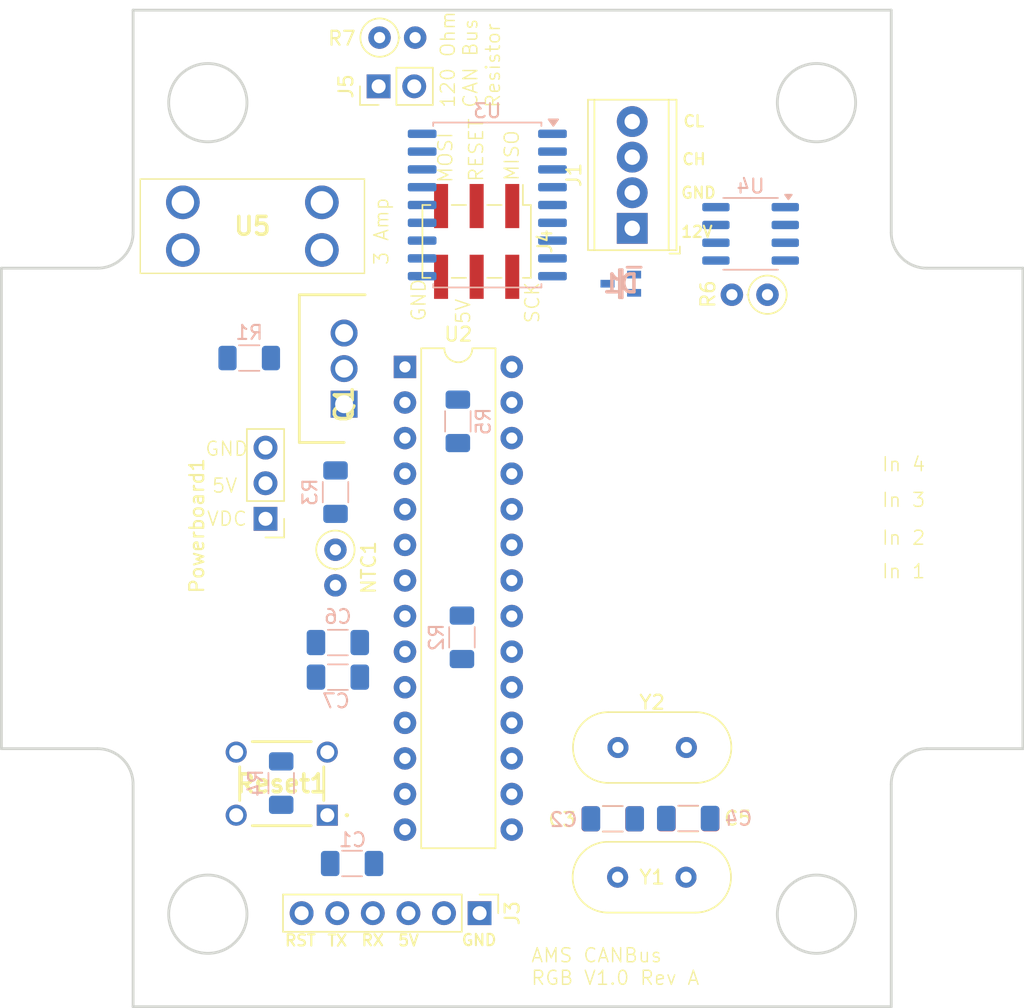
<source format=kicad_pcb>
(kicad_pcb (version 20240108) (generator "pcbnew") (generator_version "8.0")
  (layers (0 "F.Cu" signal) (31 "B.Cu" signal) (34 "B.Paste" user) (35 "F.Paste" user) (36 "B.SilkS" user "B.Silkscreen") (37 "F.SilkS" user "F.Silkscreen") (38 "B.Mask" user) (39 "F.Mask" user) (44 "Edge.Cuts" user))
  (net 0 "")
  (net 1 "GND")
  (net 2 "/BareMinAtmel328P/RESET")
  (net 3 "+5V")
  (net 4 "CANBUS_L")
  (net 5 "CANBUS_H")
  (net 6 "/BareMinAtmel328P/PB5-D13-SCK")
  (net 7 "/BareMinAtmel328P/PB3-D11-MOSI")
  (net 8 "/BareMinAtmel328P/PB4-D12-MISO")
  (net 9 "/BareMinAtmel328P/PD0-RX")
  (net 10 "/BareMinAtmel328P/PD1-TX")
  (net 11 "+VDC")
  (net 12 "/BareMinAtmel328P/PC2-A2")
  (net 13 "/BareMinAtmel328P/PD4-D4")
  (net 14 "/BareMinAtmel328P/PB0-D8")
  (net 15 "/BareMinAtmel328P/PC4-A4-SDA")
  (net 16 "/BareMinAtmel328P/PD7-D7")
  (net 17 "/BareMinAtmel328P/PD6-D6")
  (net 18 "/BareMinAtmel328P/PC1-A1")
  (net 19 "/BareMinAtmel328P/PB2-D10-SS")
  (net 20 "/BareMinAtmel328P/PC5-A5-SCL")
  (net 21 "/BareMinAtmel328P/PD3-D3")
  (net 22 "/BareMinAtmel328P/PD5-D5")
  (net 23 "/BareMinAtmel328P/PC3-A3")
  (net 24 "/BareMinAtmel328P/PC0-A0")
  (net 25 "Net-(Q1-Pad1)")
  (net 26 "Net-(Q1-Pad3)")
  (net 27 "/BareMinAtmel328P/AREF")
  (net 30 "/BareMinAtmel328P/PB1-D9")
  (net 31 "/BareMinAtmel328P/PD2-D2")
  (net 32 "/CANBUS-MCP2515/RXtoCANTC")
  (net 33 "/CANBUS-MCP2515/TXtoCANTC")
  (net 34 "Net-(J3-Pin_6)")
  (net 35 "Net-(U2-XTAL1{slash}PB6)")
  (net 36 "Net-(U2-XTAL2{slash}PB7)")
  (net 37 "Net-(U3-OSC2)")
  (net 38 "Net-(U3-OSC1)")
  (net 39 "Net-(J1-Pin_1)")
  (net 41 "Net-(J5-Pin_2)")
  (net 42 "Net-(U3-~{RESET})")
  (net 43 "Net-(U4-Rs)")
  (footprint "Capacitor_SMD:C_1206_3216Metric_Pad1.33x1.80mm_HandSolder" (layer "F.Cu") (at 155.7495 114.0148)
    (property "Reference" "C3" (at -3.602457 0.054409 0) (layer "F.SilkS"))
    (property "Value" "22pf")
    (fp_line (start -0.711252 -0.91) (end 0.711252 -0.91) (stroke (width 0.12)) (layer "F.SilkS"))
    (fp_line (start -0.711252 0.91) (end 0.711252 0.91) (stroke (width 0.12)) (layer "F.SilkS"))
    (pad "1" smd roundrect (at -1.5625 0) (size 1.325 1.8) (layers "F.Cu" "F.Paste" "F.Mask") (roundrect_rratio 0.188679) (net 36 "Net-(U2-XTAL2{slash}PB7)"))
    (pad "2" smd roundrect (at 1.5625 0) (size 1.325 1.8) (layers "F.Cu" "F.Paste" "F.Mask") (roundrect_rratio 0.188679) (net 1 "GND"))
  )
  (footprint "Resistor_THT:R_Axial_DIN0207_L6.3mm_D2.5mm_P2.54mm_Vertical" (layer "F.Cu") (at 139.1161 58.2607)
    (property "Reference" "R7" (at -2.688362 0.059169 0) (layer "F.SilkS"))
    (property "Value" "120")
    (fp_line (start 1.37 0) (end 1.44 0) (stroke (width 0.12)) (layer "F.SilkS"))
    (fp_circle (center 0 0) (end 1.37 0) (stroke (width 0.12)) (fill none) (layer "F.SilkS"))
    (pad "1" thru_hole circle (at 0 0) (size 1.6 1.6) (drill 0.8) (layers "*.Cu" "*.Mask") (net 41 "Net-(J5-Pin_2)"))
    (pad "2" thru_hole oval (at 2.54 0) (size 1.6 1.6) (drill 0.8) (layers "*.Cu" "*.Mask") (net 4 "CANBUS_L"))
  )
  (footprint "TerminalBlock_Phoenix:TerminalBlock_Phoenix_MPT-0,5-4-2.54_1x04_P2.54mm_Horizontal" (layer "F.Cu") (at 157.148 71.8728 90)
    (property "Reference" "J1" (at 3.81 -4.16 -90) (layer "F.SilkS"))
    (property "Value" "Power_And_CAN")
    (fp_line (start 9.18 -3.16) (end 9.18 3.16) (stroke (width 0.12)) (layer "F.SilkS"))
    (fp_line (start -1.56 -3.16) (end 9.18 -3.16) (stroke (width 0.12)) (layer "F.SilkS"))
    (fp_line (start -1.56 -3.16) (end -1.56 3.16) (stroke (width 0.12)) (layer "F.SilkS"))
    (fp_line (start -1.56 -2.7) (end 9.18 -2.7) (stroke (width 0.12)) (layer "F.SilkS"))
    (fp_line (start -1.56 2.6) (end 9.18 2.6) (stroke (width 0.12)) (layer "F.SilkS"))
    (fp_line (start -1.8 2.66) (end -1.8 3.4) (stroke (width 0.12)) (layer "F.SilkS"))
    (fp_line (start -1.56 3.16) (end 9.18 3.16) (stroke (width 0.12)) (layer "F.SilkS"))
    (fp_line (start -1.8 3.4) (end -1.3 3.4) (stroke (width 0.12)) (layer "F.SilkS"))
    (pad "1" thru_hole rect (at 0 0 90) (size 2.2 2.2) (drill 1.1) (layers "*.Cu" "*.Mask") (net 39 "Net-(J1-Pin_1)"))
    (pad "2" thru_hole circle (at 2.54 0 90) (size 2.2 2.2) (drill 1.1) (layers "*.Cu" "*.Mask") (net 1 "GND"))
    (pad "3" thru_hole circle (at 5.08 0 90) (size 2.2 2.2) (drill 1.1) (layers "*.Cu" "*.Mask") (net 5 "CANBUS_H"))
    (pad "4" thru_hole circle (at 7.62 0 90) (size 2.2 2.2) (drill 1.1) (layers "*.Cu" "*.Mask") (net 4 "CANBUS_L"))
  )
  (footprint "Resistor_THT:R_Axial_DIN0207_L6.3mm_D2.5mm_P2.54mm_Vertical" (layer "F.Cu") (at 135.9656 94.8095 -90)
    (property "Reference" "NTC1" (at 1.27 -2.37 90) (layer "F.SilkS"))
    (property "Value" "10k")
    (fp_line (start 1.37 0) (end 1.44 0) (stroke (width 0.12)) (layer "F.SilkS"))
    (fp_circle (center 0 0) (end 1.37 0) (stroke (width 0.12)) (fill none) (layer "F.SilkS"))
    (pad "1" thru_hole circle (at 0 0 270) (size 1.6 1.6) (drill 0.8) (layers "*.Cu" "*.Mask") (net 24 "/BareMinAtmel328P/PC0-A0"))
    (pad "2" thru_hole oval (at 2.54 0 270) (size 1.6 1.6) (drill 0.8) (layers "*.Cu" "*.Mask") (net 3 "+5V"))
  )
  (footprint "Connector_PinHeader_2.54mm:PinHeader_1x06_P2.54mm_Vertical" (layer "F.Cu") (at 146.2546 120.7442 -90)
    (property "Reference" "J3" (at 0 -2.33 90) (layer "F.SilkS"))
    (property "Value" "TTL_Programmer")
    (fp_line (start -1.33 14.03) (end 1.33 14.03) (stroke (width 0.12)) (layer "F.SilkS"))
    (fp_line (start -1.33 1.27) (end -1.33 14.03) (stroke (width 0.12)) (layer "F.SilkS"))
    (fp_line (start -1.33 1.27) (end 1.33 1.27) (stroke (width 0.12)) (layer "F.SilkS"))
    (fp_line (start 1.33 1.27) (end 1.33 14.03) (stroke (width 0.12)) (layer "F.SilkS"))
    (fp_line (start -1.33 0) (end -1.33 -1.33) (stroke (width 0.12)) (layer "F.SilkS"))
    (fp_line (start -1.33 -1.33) (end 0 -1.33) (stroke (width 0.12)) (layer "F.SilkS"))
    (pad "1" thru_hole rect (at 0 0 270) (size 1.7 1.7) (drill 1) (layers "*.Cu" "*.Mask") (net 1 "GND"))
    (pad "2" thru_hole oval (at 0 2.54 270) (size 1.7 1.7) (drill 1) (layers "*.Cu" "*.Mask"))
    (pad "3" thru_hole oval (at 0 5.08 270) (size 1.7 1.7) (drill 1) (layers "*.Cu" "*.Mask") (net 3 "+5V"))
    (pad "4" thru_hole oval (at 0 7.62 270) (size 1.7 1.7) (drill 1) (layers "*.Cu" "*.Mask") (net 9 "/BareMinAtmel328P/PD0-RX"))
    (pad "5" thru_hole oval (at 0 10.16 270) (size 1.7 1.7) (drill 1) (layers "*.Cu" "*.Mask") (net 10 "/BareMinAtmel328P/PD1-TX"))
    (pad "6" thru_hole oval (at 0 12.7 270) (size 1.7 1.7) (drill 1) (layers "*.Cu" "*.Mask") (net 34 "Net-(J3-Pin_6)"))
  )
  (footprint "SamacSys_Parts:3568" (layer "F.Cu") (at 134.9995 70.018 180)
    (property "Reference" "U5" (at 4.96 -1.7 180) (layer "F.SilkS") (effects (font (size 1.27 1.27) (thickness 0.254))))
    (property "Value" "3568" (hide yes))
    (fp_line (start 12.96 1.665) (end -3.04 1.665) (stroke (width 0.1)) (layer "F.SilkS"))
    (fp_line (start 12.96 -5.065) (end 12.96 1.665) (stroke (width 0.1)) (layer "F.SilkS"))
    (fp_line (start -3.04 1.665) (end -3.04 -5.065) (stroke (width 0.1)) (layer "F.SilkS"))
    (fp_line (start -3.04 -5.065) (end 12.96 -5.065) (stroke (width 0.1)) (layer "F.SilkS"))
    (pad "1" thru_hole circle (at 0 0 180) (size 2.4 2.4) (drill 1.6) (layers "*.Cu" "*.Mask") (net 26 "Net-(Q1-Pad3)"))
    (pad "2" thru_hole circle (at 0 -3.4 180) (size 2.4 2.4) (drill 1.6) (layers "*.Cu" "*.Mask") (net 26 "Net-(Q1-Pad3)"))
    (pad "3" thru_hole circle (at 9.92 0 180) (size 2.4 2.4) (drill 1.6) (layers "*.Cu" "*.Mask") (net 11 "+VDC"))
    (pad "4" thru_hole circle (at 9.92 -3.4 180) (size 2.4 2.4) (drill 1.6) (layers "*.Cu" "*.Mask") (net 11 "+VDC"))
  )
  (footprint "Resistor_THT:R_Axial_DIN0207_L6.3mm_D2.5mm_P2.54mm_Vertical" (layer "F.Cu") (at 166.7991 76.611 180)
    (property "Reference" "R6" (at 4.245813 0.041861 -90) (layer "F.SilkS"))
    (property "Value" "17k")
    (fp_line (start 1.37 0) (end 1.44 0) (stroke (width 0.12)) (layer "F.SilkS"))
    (fp_circle (center 0 0) (end 1.37 0) (stroke (width 0.12)) (fill none) (layer "F.SilkS"))
    (pad "1" thru_hole circle (at 0 0 180) (size 1.6 1.6) (drill 0.8) (layers "*.Cu" "*.Mask") (net 43 "Net-(U4-Rs)"))
    (pad "2" thru_hole oval (at 2.54 0 180) (size 1.6 1.6) (drill 0.8) (layers "*.Cu" "*.Mask") (net 1 "GND"))
  )
  (footprint "Connector_PinHeader_2.54mm:PinHeader_1x03_P2.54mm_Vertical" (layer "F.Cu") (at 130.9763 92.6026 180)
    (property "Reference" "Powerboard1" (at 4.898189 -0.494108 -90) (layer "F.SilkS"))
    (property "Value" "Conn_01x03" (hide yes))
    (fp_line (start 1.33 1.27) (end 1.33 6.41) (stroke (width 0.12)) (layer "F.SilkS"))
    (fp_line (start -1.33 6.41) (end 1.33 6.41) (stroke (width 0.12)) (layer "F.SilkS"))
    (fp_line (start -1.33 1.27) (end 1.33 1.27) (stroke (width 0.12)) (layer "F.SilkS"))
    (fp_line (start -1.33 1.27) (end -1.33 6.41) (stroke (width 0.12)) (layer "F.SilkS"))
    (fp_line (start -1.33 0) (end -1.33 -1.33) (stroke (width 0.12)) (layer "F.SilkS"))
    (fp_line (start -1.33 -1.33) (end 0 -1.33) (stroke (width 0.12)) (layer "F.SilkS"))
    (pad "1" thru_hole rect (at 0 0 180) (size 1.7 1.7) (drill 1) (layers "*.Cu" "*.Mask") (net 11 "+VDC"))
    (pad "2" thru_hole oval (at 0 2.54 180) (size 1.7 1.7) (drill 1) (layers "*.Cu" "*.Mask") (net 3 "+5V"))
    (pad "3" thru_hole oval (at 0 5.08 180) (size 1.7 1.7) (drill 1) (layers "*.Cu" "*.Mask") (net 1 "GND"))
  )
  (footprint "Connector_PinHeader_2.54mm:PinHeader_2x03_P2.54mm_Vertical_SMD" (layer "F.Cu") (at 146.0451 72.807 -90)
    (property "Reference" "J4" (at 0 -4.87 -90) (layer "F.SilkS"))
    (property "Value" "ICSP")
    (fp_line (start -2.6 3.87) (end 2.6 3.87) (stroke (width 0.12)) (layer "F.SilkS"))
    (fp_line (start -2.6 3.3) (end -2.6 3.87) (stroke (width 0.12)) (layer "F.SilkS"))
    (fp_line (start 2.6 3.3) (end 2.6 3.87) (stroke (width 0.12)) (layer "F.SilkS"))
    (fp_line (start -2.6 0.76) (end -2.6 1.78) (stroke (width 0.12)) (layer "F.SilkS"))
    (fp_line (start 2.6 0.76) (end 2.6 1.78) (stroke (width 0.12)) (layer "F.SilkS"))
    (fp_line (start -2.6 -1.78) (end -2.6 -0.76) (stroke (width 0.12)) (layer "F.SilkS"))
    (fp_line (start 2.6 -1.78) (end 2.6 -0.76) (stroke (width 0.12)) (layer "F.SilkS"))
    (fp_line (start -4.04 -3.3) (end -2.6 -3.3) (stroke (width 0.12)) (layer "F.SilkS"))
    (fp_line (start -2.6 -3.87) (end -2.6 -3.3) (stroke (width 0.12)) (layer "F.SilkS"))
    (fp_line (start -2.6 -3.87) (end 2.6 -3.87) (stroke (width 0.12)) (layer "F.SilkS"))
    (fp_line (start 2.6 -3.87) (end 2.6 -3.3) (stroke (width 0.12)) (layer "F.SilkS"))
    (pad "1" smd rect (at -2.525 -2.54 270) (size 3.15 1) (layers "F.Cu" "F.Paste" "F.Mask") (net 8 "/BareMinAtmel328P/PB4-D12-MISO"))
    (pad "2" smd rect (at 2.525 -2.54 270) (size 3.15 1) (layers "F.Cu" "F.Paste" "F.Mask") (net 6 "/BareMinAtmel328P/PB5-D13-SCK"))
    (pad "3" smd rect (at -2.525 0 270) (size 3.15 1) (layers "F.Cu" "F.Paste" "F.Mask") (net 2 "/BareMinAtmel328P/RESET"))
    (pad "4" smd rect (at 2.525 0 270) (size 3.15 1) (layers "F.Cu" "F.Paste" "F.Mask") (net 3 "+5V"))
    (pad "5" smd rect (at -2.525 2.54 270) (size 3.15 1) (layers "F.Cu" "F.Paste" "F.Mask") (net 7 "/BareMinAtmel328P/PB3-D11-MOSI"))
    (pad "6" smd rect (at 2.525 2.54 270) (size 3.15 1) (layers "F.Cu" "F.Paste" "F.Mask") (net 1 "GND"))
  )
  (footprint "Package_DIP:DIP-28_W7.62mm" (layer "F.Cu") (at 140.9295 81.7618)
    (property "Reference" "U2" (at 3.81 -2.33 0) (layer "F.SilkS"))
    (property "Value" "ATmega328P-P")
    (fp_line (start 1.16 -1.33) (end 1.16 34.35) (stroke (width 0.12)) (layer "F.SilkS"))
    (fp_line (start 1.16 34.35) (end 6.46 34.35) (stroke (width 0.12)) (layer "F.SilkS"))
    (fp_line (start 2.81 -1.33) (end 1.16 -1.33) (stroke (width 0.12)) (layer "F.SilkS"))
    (fp_line (start 6.46 -1.33) (end 4.81 -1.33) (stroke (width 0.12)) (layer "F.SilkS"))
    (fp_line (start 6.46 34.35) (end 6.46 -1.33) (stroke (width 0.12)) (layer "F.SilkS"))
    (fp_arc (start 4.81 -1.33) (mid 3.81 -0.33) (end 2.81 -1.33) (stroke (width 0.12)) (layer "F.SilkS"))
    (pad "1" thru_hole rect (at 0 0) (size 1.6 1.6) (drill 0.8) (layers "*.Cu" "*.Mask") (net 2 "/BareMinAtmel328P/RESET"))
    (pad "2" thru_hole oval (at 0 2.54) (size 1.6 1.6) (drill 0.8) (layers "*.Cu" "*.Mask") (net 9 "/BareMinAtmel328P/PD0-RX"))
    (pad "3" thru_hole oval (at 0 5.08) (size 1.6 1.6) (drill 0.8) (layers "*.Cu" "*.Mask") (net 10 "/BareMinAtmel328P/PD1-TX"))
    (pad "4" thru_hole oval (at 0 7.62) (size 1.6 1.6) (drill 0.8) (layers "*.Cu" "*.Mask") (net 31 "/BareMinAtmel328P/PD2-D2"))
    (pad "5" thru_hole oval (at 0 10.16) (size 1.6 1.6) (drill 0.8) (layers "*.Cu" "*.Mask") (net 21 "/BareMinAtmel328P/PD3-D3"))
    (pad "6" thru_hole oval (at 0 12.7) (size 1.6 1.6) (drill 0.8) (layers "*.Cu" "*.Mask") (net 13 "/BareMinAtmel328P/PD4-D4"))
    (pad "7" thru_hole oval (at 0 15.24) (size 1.6 1.6) (drill 0.8) (layers "*.Cu" "*.Mask") (net 3 "+5V"))
    (pad "8" thru_hole oval (at 0 17.78) (size 1.6 1.6) (drill 0.8) (layers "*.Cu" "*.Mask") (net 1 "GND"))
    (pad "9" thru_hole oval (at 0 20.32) (size 1.6 1.6) (drill 0.8) (layers "*.Cu" "*.Mask") (net 35 "Net-(U2-XTAL1{slash}PB6)"))
    (pad "10" thru_hole oval (at 0 22.86) (size 1.6 1.6) (drill 0.8) (layers "*.Cu" "*.Mask") (net 36 "Net-(U2-XTAL2{slash}PB7)"))
    (pad "11" thru_hole oval (at 0 25.4) (size 1.6 1.6) (drill 0.8) (layers "*.Cu" "*.Mask") (net 22 "/BareMinAtmel328P/PD5-D5"))
    (pad "12" thru_hole oval (at 0 27.94) (size 1.6 1.6) (drill 0.8) (layers "*.Cu" "*.Mask") (net 17 "/BareMinAtmel328P/PD6-D6"))
    (pad "13" thru_hole oval (at 0 30.48) (size 1.6 1.6) (drill 0.8) (layers "*.Cu" "*.Mask") (net 16 "/BareMinAtmel328P/PD7-D7"))
    (pad "14" thru_hole oval (at 0 33.02) (size 1.6 1.6) (drill 0.8) (layers "*.Cu" "*.Mask") (net 14 "/BareMinAtmel328P/PB0-D8"))
    (pad "15" thru_hole oval (at 7.62 33.02) (size 1.6 1.6) (drill 0.8) (layers "*.Cu" "*.Mask") (net 30 "/BareMinAtmel328P/PB1-D9"))
    (pad "16" thru_hole oval (at 7.62 30.48) (size 1.6 1.6) (drill 0.8) (layers "*.Cu" "*.Mask") (net 19 "/BareMinAtmel328P/PB2-D10-SS"))
    (pad "17" thru_hole oval (at 7.62 27.94) (size 1.6 1.6) (drill 0.8) (layers "*.Cu" "*.Mask") (net 7 "/BareMinAtmel328P/PB3-D11-MOSI"))
    (pad "18" thru_hole oval (at 7.62 25.4) (size 1.6 1.6) (drill 0.8) (layers "*.Cu" "*.Mask") (net 8 "/BareMinAtmel328P/PB4-D12-MISO"))
    (pad "19" thru_hole oval (at 7.62 22.86) (size 1.6 1.6) (drill 0.8) (layers "*.Cu" "*.Mask") (net 6 "/BareMinAtmel328P/PB5-D13-SCK"))
    (pad "20" thru_hole oval (at 7.62 20.32) (size 1.6 1.6) (drill 0.8) (layers "*.Cu" "*.Mask") (net 3 "+5V"))
    (pad "21" thru_hole oval (at 7.62 17.78) (size 1.6 1.6) (drill 0.8) (layers "*.Cu" "*.Mask") (net 27 "/BareMinAtmel328P/AREF"))
    (pad "22" thru_hole oval (at 7.62 15.24) (size 1.6 1.6) (drill 0.8) (layers "*.Cu" "*.Mask") (net 1 "GND"))
    (pad "23" thru_hole oval (at 7.62 12.7) (size 1.6 1.6) (drill 0.8) (layers "*.Cu" "*.Mask") (net 24 "/BareMinAtmel328P/PC0-A0"))
    (pad "24" thru_hole oval (at 7.62 10.16) (size 1.6 1.6) (drill 0.8) (layers "*.Cu" "*.Mask") (net 18 "/BareMinAtmel328P/PC1-A1"))
    (pad "25" thru_hole oval (at 7.62 7.62) (size 1.6 1.6) (drill 0.8) (layers "*.Cu" "*.Mask") (net 12 "/BareMinAtmel328P/PC2-A2"))
    (pad "26" thru_hole oval (at 7.62 5.08) (size 1.6 1.6) (drill 0.8) (layers "*.Cu" "*.Mask") (net 23 "/BareMinAtmel328P/PC3-A3"))
    (pad "27" thru_hole oval (at 7.62 2.54) (size 1.6 1.6) (drill 0.8) (layers "*.Cu" "*.Mask") (net 15 "/BareMinAtmel328P/PC4-A4-SDA"))
    (pad "28" thru_hole oval (at 7.62 0) (size 1.6 1.6) (drill 0.8) (layers "*.Cu" "*.Mask") (net 20 "/BareMinAtmel328P/PC5-A5-SCL"))
  )
  (footprint "Connector_PinHeader_2.54mm:PinHeader_1x02_P2.54mm_Vertical" (layer "F.Cu") (at 139.0496 61.7385 90)
    (property "Reference" "J5" (at 0 -2.33 90) (layer "F.SilkS"))
    (property "Value" "Conn_01x02")
    (fp_line (start -1.33 -1.33) (end 0 -1.33) (stroke (width 0.12)) (layer "F.SilkS"))
    (fp_line (start -1.33 0) (end -1.33 -1.33) (stroke (width 0.12)) (layer "F.SilkS"))
    (fp_line (start 1.33 1.27) (end 1.33 3.87) (stroke (width 0.12)) (layer "F.SilkS"))
    (fp_line (start -1.33 1.27) (end 1.33 1.27) (stroke (width 0.12)) (layer "F.SilkS"))
    (fp_line (start -1.33 1.27) (end -1.33 3.87) (stroke (width 0.12)) (layer "F.SilkS"))
    (fp_line (start -1.33 3.87) (end 1.33 3.87) (stroke (width 0.12)) (layer "F.SilkS"))
    (pad "1" thru_hole rect (at 0 0 90) (size 1.7 1.7) (drill 1) (layers "*.Cu" "*.Mask") (net 5 "CANBUS_H"))
    (pad "2" thru_hole oval (at 0 2.54 90) (size 1.7 1.7) (drill 1) (layers "*.Cu" "*.Mask") (net 41 "Net-(J5-Pin_2)"))
  )
  (footprint "SamacSys_Parts:TO254P469X1042X1967-3P" (layer "F.Cu") (at 136.586 84.4236 90)
    (property "Reference" "Q1" (at 0 0 90) (layer "F.SilkS") (effects (font (size 1.27 1.27) (thickness 0.254))))
    (property "Value" "IRF9Z34NPBF" (hide yes))
    (fp_line (start 7.81 -3.195) (end -2.73 -3.195) (stroke (width 0.2)) (layer "F.SilkS"))
    (fp_line (start -2.73 -3.195) (end -2.73 0) (stroke (width 0.2)) (layer "F.SilkS"))
    (fp_line (start 7.81 1.495) (end 7.81 -3.195) (stroke (width 0.2)) (layer "F.SilkS"))
    (pad "1" thru_hole rect (at 0 0 90) (size 1.92 1.92) (drill 1.28) (layers "*.Cu" "*.Mask") (net 25 "Net-(Q1-Pad1)"))
    (pad "2" thru_hole circle (at 2.54 0 90) (size 1.92 1.92) (drill 1.28) (layers "*.Cu" "*.Mask") (net 39 "Net-(J1-Pin_1)"))
    (pad "3" thru_hole circle (at 5.08 0 90) (size 1.92 1.92) (drill 1.28) (layers "*.Cu" "*.Mask") (net 26 "Net-(Q1-Pad3)"))
  )
  (footprint "Crystal:Crystal_HC49-U_Vertical" (layer "F.Cu") (at 156.1297 108.9236)
    (property "Reference" "Y2" (at 2.438335 -3.225229 0) (layer "F.SilkS"))
    (property "Value" "16MHz")
    (fp_line (start -0.685 -2.525) (end 5.565 -2.525) (stroke (width 0.12)) (layer "F.SilkS"))
    (fp_line (start -0.685 2.525) (end 5.565 2.525) (stroke (width 0.12)) (layer "F.SilkS"))
    (fp_arc (start -0.685 2.525) (mid -3.21 0) (end -0.685 -2.525) (stroke (width 0.12)) (layer "F.SilkS"))
    (fp_arc (start 5.565 -2.525) (mid 8.09 0) (end 5.565 2.525) (stroke (width 0.12)) (layer "F.SilkS"))
    (pad "1" thru_hole circle (at 0 0) (size 1.5 1.5) (drill 0.8) (layers "*.Cu" "*.Mask") (net 38 "Net-(U3-OSC1)"))
    (pad "2" thru_hole circle (at 4.88 0) (size 1.5 1.5) (drill 0.8) (layers "*.Cu" "*.Mask") (net 37 "Net-(U3-OSC2)"))
  )
  (footprint "SamacSys_Parts:TS0266160BK260LCRD" (layer "F.Cu") (at 135.3853 113.7525 180)
    (property "Reference" "Reset1" (at 3.25 2.25 180) (layer "F.SilkS") (effects (font (size 1.27 1.27) (thickness 0.254))))
    (property "Value" "TS02-66-160-BK-260-LCR-D" (hide yes))
    (fp_line (start 6.25 3.45) (end 6.25 1.05) (stroke (width 0.2)) (layer "F.SilkS"))
    (fp_line (start 1.15 5.25) (end 5.35 5.25) (stroke (width 0.2)) (layer "F.SilkS"))
    (fp_line (start 1.15 -0.75) (end 5.35 -0.75) (stroke (width 0.2)) (layer "F.SilkS"))
    (fp_line (start 0.25 3.45) (end 0.25 1.05) (stroke (width 0.2)) (layer "F.SilkS"))
    (fp_line (start -1.35 0) (end -1.35 0) (stroke (width 0.2)) (layer "F.SilkS"))
    (fp_line (start -1.45 0) (end -1.35 0) (stroke (width 0.2)) (layer "F.SilkS"))
    (fp_line (start -1.45 0) (end -1.45 0) (stroke (width 0.2)) (layer "F.SilkS"))
    (fp_arc (start -1.35 0) (mid -1.4 0.05) (end -1.45 0) (stroke (width 0.2)) (layer "F.SilkS"))
    (fp_arc (start -1.45 0) (mid -1.4 -0.05) (end -1.35 0) (stroke (width 0.2)) (layer "F.SilkS"))
    (pad "1" thru_hole rect (at 0 0 180) (size 1.5 1.5) (drill 1) (layers "*.Cu" "*.Mask") (net 2 "/BareMinAtmel328P/RESET"))
    (pad "2" thru_hole circle (at 6.5 0 180) (size 1.5 1.5) (drill 1) (layers "*.Cu" "*.Mask"))
    (pad "3" thru_hole circle (at 0 4.5 180) (size 1.5 1.5) (drill 1) (layers "*.Cu" "*.Mask") (net 1 "GND"))
    (pad "4" thru_hole circle (at 6.5 4.5 180) (size 1.5 1.5) (drill 1) (layers "*.Cu" "*.Mask"))
  )
  (footprint "Capacitor_SMD:C_1206_3216Metric_Pad1.33x1.80mm_HandSolder" (layer "F.Cu") (at 161.1495 114.0025 180)
    (property "Reference" "C5" (at -3.542348 0.030857 180) (layer "F.SilkS"))
    (property "Value" "22pf")
    (fp_line (start -0.711252 0.91) (end 0.711252 0.91) (stroke (width 0.12)) (layer "F.SilkS"))
    (fp_line (start -0.711252 -0.91) (end 0.711252 -0.91) (stroke (width 0.12)) (layer "F.SilkS"))
    (pad "1" smd roundrect (at -1.5625 0 180) (size 1.325 1.8) (layers "F.Cu" "F.Paste" "F.Mask") (roundrect_rratio 0.188679) (net 38 "Net-(U3-OSC1)"))
    (pad "2" smd roundrect (at 1.5625 0 180) (size 1.325 1.8) (layers "F.Cu" "F.Paste" "F.Mask") (roundrect_rratio 0.188679) (net 1 "GND"))
  )
  (footprint "Crystal:Crystal_HC49-U_Vertical" (layer "F.Cu") (at 156.1048 118.178)
    (property "Reference" "Y1" (at 2.461251 0 0) (layer "F.SilkS"))
    (property "Value" "16MHz")
    (fp_line (start -0.685 -2.525) (end 5.565 -2.525) (stroke (width 0.12)) (layer "F.SilkS"))
    (fp_line (start -0.685 2.525) (end 5.565 2.525) (stroke (width 0.12)) (layer "F.SilkS"))
    (fp_arc (start -0.685 2.525) (mid -3.21 0) (end -0.685 -2.525) (stroke (width 0.12)) (layer "F.SilkS"))
    (fp_arc (start 5.565 -2.525) (mid 8.09 0) (end 5.565 2.525) (stroke (width 0.12)) (layer "F.SilkS"))
    (pad "1" thru_hole circle (at 0 0) (size 1.5 1.5) (drill 0.8) (layers "*.Cu" "*.Mask") (net 36 "Net-(U2-XTAL2{slash}PB7)"))
    (pad "2" thru_hole circle (at 4.88 0) (size 1.5 1.5) (drill 0.8) (layers "*.Cu" "*.Mask") (net 35 "Net-(U2-XTAL1{slash}PB6)"))
  )
  (footprint "Capacitor_SMD:C_1206_3216Metric_Pad1.33x1.80mm_HandSolder" (layer "B.Cu") (at 155.762 114.0083)
    (property "Reference" "C2" (at -3.505654 0.060917 0) (layer "B.SilkS") (effects (justify mirror)))
    (property "Value" "22pf")
    (fp_line (start 0.711252 -0.91) (end -0.711252 -0.91) (stroke (width 0.12)) (layer "B.SilkS"))
    (fp_line (start 0.711252 0.91) (end -0.711252 0.91) (stroke (width 0.12)) (layer "B.SilkS"))
    (pad "1" smd roundrect (at -1.5625 0) (size 1.325 1.8) (layers "B.Cu" "B.Paste" "B.Mask") (roundrect_rratio 0.188679) (net 35 "Net-(U2-XTAL1{slash}PB6)"))
    (pad "2" smd roundrect (at 1.5625 0) (size 1.325 1.8) (layers "B.Cu" "B.Paste" "B.Mask") (roundrect_rratio 0.188679) (net 1 "GND"))
  )
  (footprint "Package_SO:SOIC-8_3.9x4.9mm_P1.27mm" (layer "B.Cu") (at 165.5938 72.266 180)
    (property "Reference" "U4" (at 0 3.4 180) (layer "B.SilkS") (effects (justify mirror)))
    (property "Value" "MCP2551-I-SN")
    (fp_line (start 1.95 2.56) (end 0 2.56) (stroke (width 0.12)) (layer "B.SilkS"))
    (fp_line (start 1.95 -2.56) (end 0 -2.56) (stroke (width 0.12)) (layer "B.SilkS"))
    (fp_line (start -1.95 2.56) (end 0 2.56) (stroke (width 0.12)) (layer "B.SilkS"))
    (fp_line (start -1.95 -2.56) (end 0 -2.56) (stroke (width 0.12)) (layer "B.SilkS"))
    (fp_poly (pts (xy -2.7 2.465) (xy -2.94 2.795) (xy -2.46 2.795) (xy -2.7 2.465)) (stroke (width 0.12)) (fill solid) (layer "B.SilkS"))
    (pad "1" smd roundrect (at -2.475 1.905 180) (size 1.95 0.6) (layers "B.Cu" "B.Paste" "B.Mask") (net 33 "/CANBUS-MCP2515/TXtoCANTC"))
    (pad "2" smd roundrect (at -2.475 0.635 180) (size 1.95 0.6) (layers "B.Cu" "B.Paste" "B.Mask") (net 1 "GND"))
    (pad "3" smd roundrect (at -2.475 -0.635 180) (size 1.95 0.6) (layers "B.Cu" "B.Paste" "B.Mask") (net 3 "+5V"))
    (pad "4" smd roundrect (at -2.475 -1.905 180) (size 1.95 0.6) (layers "B.Cu" "B.Paste" "B.Mask") (net 32 "/CANBUS-MCP2515/RXtoCANTC"))
    (pad "5" smd roundrect (at 2.475 -1.905 180) (size 1.95 0.6) (layers "B.Cu" "B.Paste" "B.Mask"))
    (pad "6" smd roundrect (at 2.475 -0.635 180) (size 1.95 0.6) (layers "B.Cu" "B.Paste" "B.Mask") (net 4 "CANBUS_L"))
    (pad "7" smd roundrect (at 2.475 0.635 180) (size 1.95 0.6) (layers "B.Cu" "B.Paste" "B.Mask") (net 5 "CANBUS_H"))
    (pad "8" smd roundrect (at 2.475 1.905 180) (size 1.95 0.6) (layers "B.Cu" "B.Paste" "B.Mask") (net 43 "Net-(U4-Rs)"))
  )
  (footprint "Resistor_SMD:R_1206_3216Metric_Pad1.30x1.75mm_HandSolder" (layer "B.Cu") (at 129.8143 81.1293 180)
    (property "Reference" "R1" (at 0 1.82 180) (layer "B.SilkS") (effects (justify mirror)))
    (property "Value" "10k")
    (fp_line (start 0.727064 0.91) (end -0.727064 0.91) (stroke (width 0.12)) (layer "B.SilkS"))
    (fp_line (start 0.727064 -0.91) (end -0.727064 -0.91) (stroke (width 0.12)) (layer "B.SilkS"))
    (pad "1" smd roundrect (at -1.55 0 180) (size 1.3 1.75) (layers "B.Cu" "B.Paste" "B.Mask") (roundrect_rratio 0.192308) (net 25 "Net-(Q1-Pad1)"))
    (pad "2" smd roundrect (at 1.55 0 180) (size 1.3 1.75) (layers "B.Cu" "B.Paste" "B.Mask") (roundrect_rratio 0.192308) (net 1 "GND"))
  )
  (footprint "Resistor_SMD:R_1206_3216Metric_Pad1.30x1.75mm_HandSolder" (layer "B.Cu") (at 132.0964 111.4623 -90)
    (property "Reference" "R4" (at 0 1.82 90) (layer "B.SilkS") (effects (justify mirror)))
    (property "Value" "10k")
    (fp_line (start 0.727064 0.91) (end -0.727064 0.91) (stroke (width 0.12)) (layer "B.SilkS"))
    (fp_line (start 0.727064 -0.91) (end -0.727064 -0.91) (stroke (width 0.12)) (layer "B.SilkS"))
    (pad "1" smd roundrect (at -1.55 0 270) (size 1.3 1.75) (layers "B.Cu" "B.Paste" "B.Mask") (roundrect_rratio 0.192308) (net 3 "+5V"))
    (pad "2" smd roundrect (at 1.55 0 270) (size 1.3 1.75) (layers "B.Cu" "B.Paste" "B.Mask") (roundrect_rratio 0.192308) (net 2 "/BareMinAtmel328P/RESET"))
  )
  (footprint "Capacitor_SMD:C_1206_3216Metric_Pad1.33x1.80mm_HandSolder" (layer "B.Cu") (at 161.1395 113.9834 180)
    (property "Reference" "C4" (at -3.594654 -0.003899 180) (layer "B.SilkS") (effects (justify mirror)))
    (property "Value" "22pf")
    (fp_line (start 0.711252 0.91) (end -0.711252 0.91) (stroke (width 0.12)) (layer "B.SilkS"))
    (fp_line (start 0.711252 -0.91) (end -0.711252 -0.91) (stroke (width 0.12)) (layer "B.SilkS"))
    (pad "1" smd roundrect (at -1.5625 0 180) (size 1.325 1.8) (layers "B.Cu" "B.Paste" "B.Mask") (roundrect_rratio 0.188679) (net 37 "Net-(U3-OSC2)"))
    (pad "2" smd roundrect (at 1.5625 0 180) (size 1.325 1.8) (layers "B.Cu" "B.Paste" "B.Mask") (roundrect_rratio 0.188679) (net 1 "GND"))
  )
  (footprint "Package_SO:SOIC-18W_7.5x11.6mm_P1.27mm" (layer "B.Cu") (at 146.8051 70.207 180)
    (property "Reference" "U3" (at 0 6.72 180) (layer "B.SilkS") (effects (justify mirror)))
    (property "Value" "MCP2515-xSO")
    (fp_line (start 3.86 5.885) (end 0 5.885) (stroke (width 0.12)) (layer "B.SilkS"))
    (fp_line (start 3.86 5.64) (end 3.86 5.885) (stroke (width 0.12)) (layer "B.SilkS"))
    (fp_line (start 3.86 -5.64) (end 3.86 -5.885) (stroke (width 0.12)) (layer "B.SilkS"))
    (fp_line (start 3.86 -5.885) (end 0 -5.885) (stroke (width 0.12)) (layer "B.SilkS"))
    (fp_line (start -3.86 5.885) (end 0 5.885) (stroke (width 0.12)) (layer "B.SilkS"))
    (fp_line (start -3.86 5.64) (end -3.86 5.885) (stroke (width 0.12)) (layer "B.SilkS"))
    (fp_line (start -3.86 -5.64) (end -3.86 -5.885) (stroke (width 0.12)) (layer "B.SilkS"))
    (fp_line (start -3.86 -5.885) (end 0 -5.885) (stroke (width 0.12)) (layer "B.SilkS"))
    (fp_poly (pts (xy -4.7125 5.64) (xy -5.0525 6.11) (xy -4.3725 6.11) (xy -4.7125 5.64)) (stroke (width 0.12)) (fill solid) (layer "B.SilkS"))
    (pad "1" smd roundrect (at -4.65 5.08 180) (size 2.05 0.6) (layers "B.Cu" "B.Paste" "B.Mask") (net 33 "/CANBUS-MCP2515/TXtoCANTC"))
    (pad "2" smd roundrect (at -4.65 3.81 180) (size 2.05 0.6) (layers "B.Cu" "B.Paste" "B.Mask") (net 32 "/CANBUS-MCP2515/RXtoCANTC"))
    (pad "3" smd roundrect (at -4.65 2.54 180) (size 2.05 0.6) (layers "B.Cu" "B.Paste" "B.Mask"))
    (pad "4" smd roundrect (at -4.65 1.27 180) (size 2.05 0.6) (layers "B.Cu" "B.Paste" "B.Mask"))
    (pad "5" smd roundrect (at -4.65 0 180) (size 2.05 0.6) (layers "B.Cu" "B.Paste" "B.Mask"))
    (pad "6" smd roundrect (at -4.65 -1.27 180) (size 2.05 0.6) (layers "B.Cu" "B.Paste" "B.Mask"))
    (pad "7" smd roundrect (at -4.65 -2.54 180) (size 2.05 0.6) (layers "B.Cu" "B.Paste" "B.Mask") (net 37 "Net-(U3-OSC2)"))
    (pad "8" smd roundrect (at -4.65 -3.81 180) (size 2.05 0.6) (layers "B.Cu" "B.Paste" "B.Mask") (net 38 "Net-(U3-OSC1)"))
    (pad "9" smd roundrect (at -4.65 -5.08 180) (size 2.05 0.6) (layers "B.Cu" "B.Paste" "B.Mask") (net 1 "GND"))
    (pad "10" smd roundrect (at 4.65 -5.08 180) (size 2.05 0.6) (layers "B.Cu" "B.Paste" "B.Mask"))
    (pad "11" smd roundrect (at 4.65 -3.81 180) (size 2.05 0.6) (layers "B.Cu" "B.Paste" "B.Mask"))
    (pad "12" smd roundrect (at 4.65 -2.54 180) (size 2.05 0.6) (layers "B.Cu" "B.Paste" "B.Mask") (net 31 "/BareMinAtmel328P/PD2-D2"))
    (pad "13" smd roundrect (at 4.65 -1.27 180) (size 2.05 0.6) (layers "B.Cu" "B.Paste" "B.Mask") (net 6 "/BareMinAtmel328P/PB5-D13-SCK"))
    (pad "14" smd roundrect (at 4.65 0 180) (size 2.05 0.6) (layers "B.Cu" "B.Paste" "B.Mask") (net 7 "/BareMinAtmel328P/PB3-D11-MOSI"))
    (pad "15" smd roundrect (at 4.65 1.27 180) (size 2.05 0.6) (layers "B.Cu" "B.Paste" "B.Mask") (net 8 "/BareMinAtmel328P/PB4-D12-MISO"))
    (pad "16" smd roundrect (at 4.65 2.54 180) (size 2.05 0.6) (layers "B.Cu" "B.Paste" "B.Mask") (net 30 "/BareMinAtmel328P/PB1-D9"))
    (pad "17" smd roundrect (at 4.65 3.81 180) (size 2.05 0.6) (layers "B.Cu" "B.Paste" "B.Mask") (net 42 "Net-(U3-~{RESET})"))
    (pad "18" smd roundrect (at 4.65 5.08 180) (size 2.05 0.6) (layers "B.Cu" "B.Paste" "B.Mask") (net 3 "+5V"))
  )
  (footprint "Resistor_SMD:R_1206_3216Metric_Pad1.30x1.75mm_HandSolder" (layer "B.Cu") (at 144.703 85.6468 90)
    (property "Reference" "R5" (at 0 1.82 -90) (layer "B.SilkS") (effects (justify mirror)))
    (property "Value" "10k")
    (fp_line (start 0.727064 -0.91) (end -0.727064 -0.91) (stroke (width 0.12)) (layer "B.SilkS"))
    (fp_line (start 0.727064 0.91) (end -0.727064 0.91) (stroke (width 0.12)) (layer "B.SilkS"))
    (pad "1" smd roundrect (at -1.55 0 90) (size 1.3 1.75) (layers "B.Cu" "B.Paste" "B.Mask") (roundrect_rratio 0.192308) (net 42 "Net-(U3-~{RESET})"))
    (pad "2" smd roundrect (at 1.55 0 90) (size 1.3 1.75) (layers "B.Cu" "B.Paste" "B.Mask") (roundrect_rratio 0.192308) (net 3 "+5V"))
  )
  (footprint "Resistor_SMD:R_1206_3216Metric_Pad1.30x1.75mm_HandSolder" (layer "B.Cu") (at 135.973 90.6987 -90)
    (property "Reference" "R3" (at 0 1.82 90) (layer "B.SilkS") (effects (justify mirror)))
    (property "Value" "10k")
    (fp_line (start 0.727064 0.91) (end -0.727064 0.91) (stroke (width 0.12)) (layer "B.SilkS"))
    (fp_line (start 0.727064 -0.91) (end -0.727064 -0.91) (stroke (width 0.12)) (layer "B.SilkS"))
    (pad "1" smd roundrect (at -1.55 0 270) (size 1.3 1.75) (layers "B.Cu" "B.Paste" "B.Mask") (roundrect_rratio 0.192308) (net 1 "GND"))
    (pad "2" smd roundrect (at 1.55 0 270) (size 1.3 1.75) (layers "B.Cu" "B.Paste" "B.Mask") (roundrect_rratio 0.192308) (net 24 "/BareMinAtmel328P/PC0-A0"))
  )
  (footprint "Capacitor_SMD:C_1206_3216Metric_Pad1.33x1.80mm_HandSolder" (layer "B.Cu") (at 137.1546 117.1997 180)
    (property "Reference" "C1" (at -0.032988 1.68824 180) (layer "B.SilkS") (effects (justify mirror)))
    (property "Value" "100nf")
    (fp_line (start 0.711252 0.91) (end -0.711252 0.91) (stroke (width 0.12)) (layer "B.SilkS"))
    (fp_line (start 0.711252 -0.91) (end -0.711252 -0.91) (stroke (width 0.12)) (layer "B.SilkS"))
    (pad "1" smd roundrect (at -1.5625 0 180) (size 1.325 1.8) (layers "B.Cu" "B.Paste" "B.Mask") (roundrect_rratio 0.188679) (net 34 "Net-(J3-Pin_6)"))
    (pad "2" smd roundrect (at 1.5625 0 180) (size 1.325 1.8) (layers "B.Cu" "B.Paste" "B.Mask") (roundrect_rratio 0.188679) (net 2 "/BareMinAtmel328P/RESET"))
  )
  (footprint "Resistor_SMD:R_1206_3216Metric_Pad1.30x1.75mm_HandSolder" (layer "B.Cu") (at 144.9956 101.059 -90)
    (property "Reference" "R2" (at 0 1.82 90) (layer "B.SilkS") (effects (justify mirror)))
    (property "Value" "4.7k")
    (fp_line (start 0.727064 0.91) (end -0.727064 0.91) (stroke (width 0.12)) (layer "B.SilkS"))
    (fp_line (start 0.727064 -0.91) (end -0.727064 -0.91) (stroke (width 0.12)) (layer "B.SilkS"))
    (pad "1" smd roundrect (at -1.55 0 270) (size 1.3 1.75) (layers "B.Cu" "B.Paste" "B.Mask") (roundrect_rratio 0.192308) (net 27 "/BareMinAtmel328P/AREF"))
    (pad "2" smd roundrect (at 1.55 0 270) (size 1.3 1.75) (layers "B.Cu" "B.Paste" "B.Mask") (roundrect_rratio 0.192308) (net 3 "+5V"))
  )
  (footprint "Capacitor_SMD:C_1206_3216Metric_Pad1.33x1.80mm_HandSolder" (layer "B.Cu") (at 136.143 103.9017 180)
    (property "Reference" "C7" (at 0.134128 -1.699267 180) (layer "B.SilkS") (effects (justify mirror)))
    (property "Value" "100nf")
    (fp_line (start 0.711252 0.91) (end -0.711252 0.91) (stroke (width 0.12)) (layer "B.SilkS"))
    (fp_line (start 0.711252 -0.91) (end -0.711252 -0.91) (stroke (width 0.12)) (layer "B.SilkS"))
    (pad "1" smd roundrect (at -1.5625 0 180) (size 1.325 1.8) (layers "B.Cu" "B.Paste" "B.Mask") (roundrect_rratio 0.188679) (net 3 "+5V"))
    (pad "2" smd roundrect (at 1.5625 0 180) (size 1.325 1.8) (layers "B.Cu" "B.Paste" "B.Mask") (roundrect_rratio 0.188679) (net 1 "GND"))
  )
  (footprint "SamacSys_Parts:SOT65P210X110-3N" (layer "B.Cu") (at 156.3314 75.8236 180)
    (property "Reference" "D1" (at 0 0 180) (layer "B.SilkS") (effects (font (size 1.27 1.27) (thickness 0.254)) (justify mirror)))
    (property "Value" "PESD5V0L2UU,115" (hide yes))
    (fp_line (start 0.1 1) (end -0.1 1) (stroke (width 0.2)) (layer "B.SilkS"))
    (fp_line (start 0.1 -1) (end 0.1 1) (stroke (width 0.2)) (layer "B.SilkS"))
    (fp_line (start -0.1 1) (end -0.1 -1) (stroke (width 0.2)) (layer "B.SilkS"))
    (fp_line (start -0.1 -1) (end 0.1 -1) (stroke (width 0.2)) (layer "B.SilkS"))
    (fp_line (start -0.45 1.175) (end -1.45 1.175) (stroke (width 0.2)) (layer "B.SilkS"))
    (pad "1" smd rect (at -0.95 0.65 90) (size 0.55 1) (layers "B.Cu" "B.Paste" "B.Mask") (net 5 "CANBUS_H"))
    (pad "2" smd rect (at -0.95 -0.65 90) (size 0.55 1) (layers "B.Cu" "B.Paste" "B.Mask") (net 4 "CANBUS_L"))
    (pad "3" smd rect (at 0.95 0 90) (size 0.55 1) (layers "B.Cu" "B.Paste" "B.Mask") (net 1 "GND"))
  )
  (footprint "Capacitor_SMD:C_1206_3216Metric_Pad1.33x1.80mm_HandSolder" (layer "B.Cu") (at 136.1393 101.4318 180)
    (property "Reference" "C6" (at 0 1.85 180) (layer "B.SilkS") (effects (justify mirror)))
    (property "Value" "100nf")
    (fp_line (start 0.711252 0.91) (end -0.711252 0.91) (stroke (width 0.12)) (layer "B.SilkS"))
    (fp_line (start 0.711252 -0.91) (end -0.711252 -0.91) (stroke (width 0.12)) (layer "B.SilkS"))
    (pad "1" smd roundrect (at -1.5625 0 180) (size 1.325 1.8) (layers "B.Cu" "B.Paste" "B.Mask") (roundrect_rratio 0.188679) (net 3 "+5V"))
    (pad "2" smd roundrect (at 1.5625 0 180) (size 1.325 1.8) (layers "B.Cu" "B.Paste" "B.Mask") (roundrect_rratio 0.188679) (net 1 "GND"))
  )
  (gr_curve (pts (xy 175.629317 111.545738) (xy 175.629317 110.142934) (xy 176.766514 109.005738) (xy 178.169317 109.005738)) (stroke (width 0.2)) (layer "Edge.Cuts"))
  (gr_line (start 121.5273 56.300729) (end 121.5273 72.175733) (stroke (width 0.2)) (layer "Edge.Cuts"))
  (gr_curve (pts (xy 118.9873 109.005738) (xy 120.390104 109.005738) (xy 121.5273 110.142934) (xy 121.5273 111.545738)) (stroke (width 0.2)) (layer "Edge.Cuts"))
  (gr_circle (center 170.295309 62.904725) (end 173.089309 62.904725) (stroke (width 0.2)) (fill none) (layer "Edge.Cuts"))
  (gr_line (start 175.629317 127.420721) (end 175.629317 111.545738) (stroke (width 0.2)) (layer "Edge.Cuts"))
  (gr_line (start 185.0273 74.715733) (end 178.169317 74.715733) (stroke (width 0.2)) (layer "Edge.Cuts"))
  (gr_curve (pts (xy 121.5273 72.175733) (xy 121.5273 73.578537) (xy 120.390104 74.715733) (xy 118.9873 74.715733)) (stroke (width 0.2)) (layer "Edge.Cuts"))
  (gr_line (start 121.5273 111.545738) (end 121.5273 127.420721) (stroke (width 0.2)) (layer "Edge.Cuts"))
  (gr_line (start 112.129317 74.715733) (end 112.129317 109.005738) (stroke (width 0.2)) (layer "Edge.Cuts"))
  (gr_line (start 121.5273 127.420721) (end 175.629317 127.420721) (stroke (width 0.2)) (layer "Edge.Cuts"))
  (gr_circle (center 170.295309 120.816725) (end 173.089309 120.816725) (stroke (width 0.2)) (fill none) (layer "Edge.Cuts"))
  (gr_line (start 175.629317 56.300729) (end 121.5273 56.300729) (stroke (width 0.2)) (layer "Edge.Cuts"))
  (gr_line (start 178.169317 109.005738) (end 185.0273 109.005738) (stroke (width 0.2)) (layer "Edge.Cuts"))
  (gr_circle (center 126.861309 62.904725) (end 129.655309 62.904725) (stroke (width 0.2)) (fill none) (layer "Edge.Cuts"))
  (gr_line (start 185.0273 109.005738) (end 185.0273 74.715733) (stroke (width 0.2)) (layer "Edge.Cuts"))
  (gr_line (start 112.129317 109.005738) (end 118.9873 109.005738) (stroke (width 0.2)) (layer "Edge.Cuts"))
  (gr_line (start 118.9873 74.715733) (end 112.129317 74.715733) (stroke (width 0.2)) (layer "Edge.Cuts"))
  (gr_circle (center 126.861309 120.816725) (end 129.655309 120.816725) (stroke (width 0.2)) (fill none) (layer "Edge.Cuts"))
  (gr_curve (pts (xy 178.169317 74.715733) (xy 176.766514 74.715733) (xy 175.629317 73.578537) (xy 175.629317 72.175733)) (stroke (width 0.2)) (layer "Edge.Cuts"))
  (gr_line (start 175.629317 72.175733) (end 175.629317 56.300729) (stroke (width 0.2)) (layer "Edge.Cuts"))
  (gr_text "GND" (at 142.490484 78.577179 90) (layer "F.SilkS") (effects (font (size 1 1) (thickness 0.1)) (justify left bottom)))
  (gr_text "120 Ohm \nCAN Bus \nResistor" (at 147.795716 63.344447 90) (layer "F.SilkS") (effects (font (size 1 1) (thickness 0.1)) (justify left bottom)))
  (gr_text "In 2" (at 174.901724 94.540092 0) (layer "F.SilkS") (effects (font (size 1 1) (thickness 0.1)) (justify left bottom)))
  (gr_text "In 1" (at 174.901724 96.930586 0) (layer "F.SilkS") (effects (font (size 1 1) (thickness 0.1)) (justify left bottom)))
  (gr_text "CH" (at 160.638887 67.408059 0) (layer "F.SilkS") (effects (font (size 0.8 0.8) (thickness 0.15) (bold yes)) (justify left bottom)))
  (gr_text "In 3" (at 174.901724 91.841147 0) (layer "F.SilkS") (effects (font (size 1 1) (thickness 0.1)) (justify left bottom)))
  (gr_text "CL" (at 160.718628 64.696854 0) (layer "F.SilkS") (effects (font (size 0.8 0.8) (thickness 0.15) (bold yes)) (justify left bottom)))
  (gr_text "SCK" (at 150.595068 78.714346 90) (layer "F.SilkS") (effects (font (size 1 1) (thickness 0.1)) (justify left bottom)))
  (gr_text "GND" (at 144.902849 123.130049 0) (layer "F.SilkS") (effects (font (size 0.8 0.8) (thickness 0.15) (bold yes)) (justify left bottom)))
  (gr_text "RST" (at 132.279025 123.156799 0) (layer "F.SilkS") (effects (font (size 0.8 0.8) (thickness 0.15) (bold yes)) (justify left bottom)))
  (gr_text "5V" (at 140.358383 123.156799 0) (layer "F.SilkS") (effects (font (size 0.8 0.8) (thickness 0.15) (bold yes)) (justify left bottom)))
  (gr_text "MOSI" (at 144.39639 68.697574 90) (layer "F.SilkS") (effects (font (size 1 1) (thickness 0.1)) (justify left bottom)))
  (gr_text "GND" (at 160.559146 69.800299 0) (layer "F.SilkS") (effects (font (size 0.8 0.8) (thickness 0.15) (bold yes)) (justify left bottom)))
  (gr_text "RX" (at 137.744473 123.144293 0) (layer "F.SilkS") (effects (font (size 0.8 0.8) (thickness 0.15) (bold yes)) (justify left bottom)))
  (gr_text "GND" (at 126.612709 88.188441 0) (layer "F.SilkS") (effects (font (size 1 1) (thickness 0.1)) (justify left bottom)))
  (gr_text "TX" (at 135.318165 123.169306 0) (layer "F.SilkS") (effects (font (size 0.8 0.8) (thickness 0.15) (bold yes)) (justify left bottom)))
  (gr_text "12V" (at 160.559146 72.591246 0) (layer "F.SilkS") (effects (font (size 0.8 0.8) (thickness 0.15) (bold yes)) (justify left bottom)))
  (gr_text "AMS CANBus\nRGB V1.0 Rev A" (at 149.872383 125.946237 0) (layer "F.SilkS") (effects (font (size 1 1) (thickness 0.1)) (justify left bottom)))
  (gr_text "5V" (at 127.091727 90.818777 0) (layer "F.SilkS") (effects (font (size 1 1) (thickness 0.1)) (justify left bottom)))
  (gr_text "3 Amp" (at 139.829903 74.55505 90) (layer "F.SilkS") (effects (font (size 1 1) (thickness 0.1)) (justify left bottom)))
  (gr_text "In 4\n" (at 174.901724 89.296428 0) (layer "F.SilkS") (effects (font (size 1 1) (thickness 0.1)) (justify left bottom)))
  (gr_text "VDC" (at 126.730054 93.184004 0) (layer "F.SilkS") (effects (font (size 1 1) (thickness 0.1)) (justify left bottom)))
  (gr_text "MISO" (at 149.134678 68.555049 90) (layer "F.SilkS") (effects (font (size 1 1) (thickness 0.1)) (justify left bottom)))
  (gr_text "RESET" (at 146.592921 68.609515 90) (layer "F.SilkS") (effects (font (size 1 1) (thickness 0.1)) (justify left bottom)))
  (gr_text "5V" (at 145.665874 78.768812 90) (layer "F.SilkS") (effects (font (size 1 1) (thickness 0.1)) (justify left bottom)))
)
</source>
